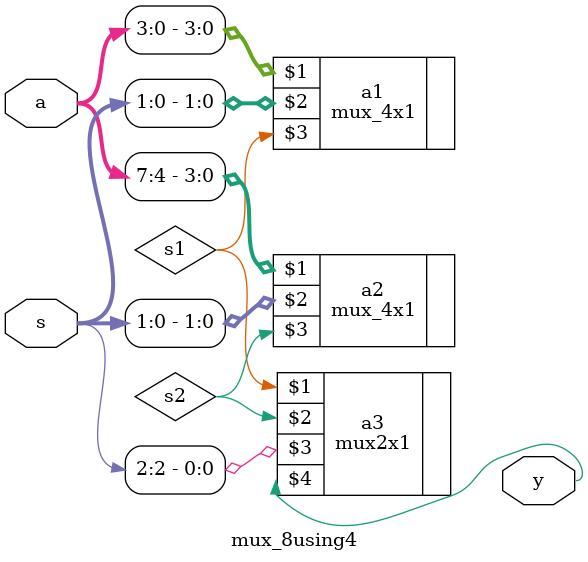
<source format=v>
`timescale 1ns / 1ps


module mux_8using4(
    input [7:0] a,
    input [2:0] s,
    output y
    );
    wire s1,s2;
    mux_4x1 a1(a[3:0],s[1:0],s1);
    mux_4x1 a2(a[7:4],s[1:0],s2);
    mux2x1 a3(s1,s2,s[2],y);
endmodule

</source>
